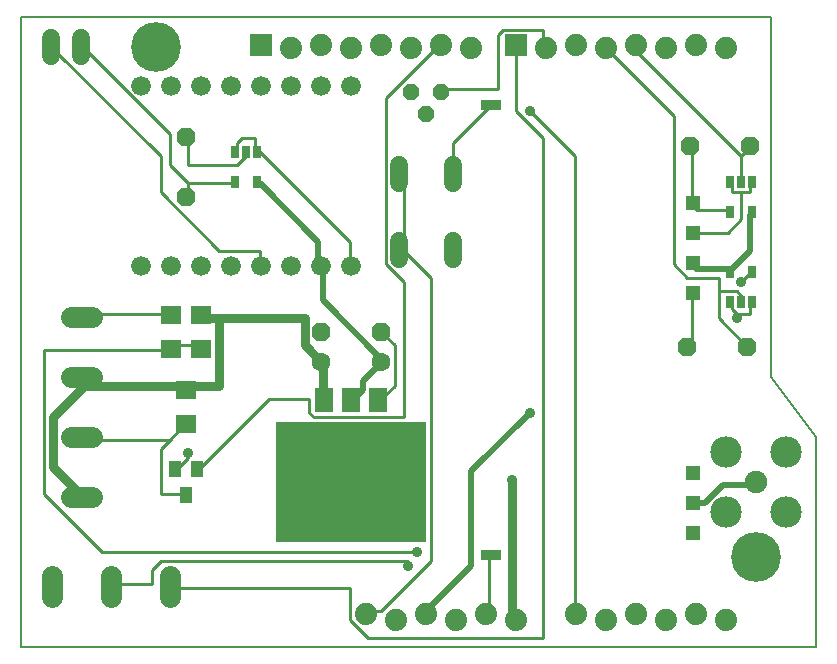
<source format=gtl>
G75*
G70*
%OFA0B0*%
%FSLAX24Y24*%
%IPPOS*%
%LPD*%
%AMOC8*
5,1,8,0,0,1.08239X$1,22.5*
%
%ADD10C,0.0080*%
%ADD11R,0.5000X0.4000*%
%ADD12R,0.0515X0.0515*%
%ADD13R,0.0660X0.0320*%
%ADD14OC8,0.0630*%
%ADD15C,0.0630*%
%ADD16OC8,0.0520*%
%ADD17C,0.0600*%
%ADD18C,0.0740*%
%ADD19R,0.0740X0.0740*%
%ADD20C,0.0750*%
%ADD21C,0.1050*%
%ADD22C,0.0705*%
%ADD23R,0.0272X0.0390*%
%ADD24R,0.0710X0.0630*%
%ADD25R,0.0394X0.0551*%
%ADD26R,0.0590X0.0790*%
%ADD27R,0.1500X0.0790*%
%ADD28C,0.0660*%
%ADD29C,0.0100*%
%ADD30C,0.0360*%
%ADD31C,0.0200*%
%ADD32C,0.0300*%
%ADD33C,0.1660*%
%ADD34R,0.0396X0.0396*%
D10*
X002503Y000180D02*
X029003Y000180D01*
X029003Y007180D01*
X027503Y009180D01*
X027503Y021180D01*
X002503Y021180D01*
X002503Y000180D01*
D11*
X013503Y005680D03*
D12*
X024903Y005980D03*
X024903Y004980D03*
X024903Y003980D03*
X024903Y011980D03*
X024903Y012980D03*
X024903Y013980D03*
X024903Y014980D03*
D13*
X018153Y018230D03*
X018153Y003230D03*
D14*
X024703Y010180D03*
X026703Y010180D03*
X026803Y016880D03*
X024803Y016880D03*
X014503Y010680D03*
X012503Y010680D03*
X008003Y015180D03*
X008003Y017180D03*
D15*
X012503Y009680D03*
X014503Y009680D03*
D16*
X016003Y017930D03*
X015503Y018680D03*
X016503Y018680D03*
D17*
X016893Y016260D02*
X016893Y015660D01*
X015113Y015660D02*
X015113Y016260D01*
X015113Y013700D02*
X015113Y013100D01*
X016893Y013100D02*
X016893Y013700D01*
X004503Y019880D02*
X004503Y020480D01*
X003503Y020480D02*
X003503Y019880D01*
D18*
X011503Y020130D03*
X012503Y020230D03*
X013503Y020130D03*
X014503Y020230D03*
X015503Y020130D03*
X016503Y020230D03*
X017503Y020130D03*
X020003Y020130D03*
X021003Y020230D03*
X022003Y020130D03*
X023003Y020230D03*
X024003Y020130D03*
X025003Y020230D03*
X026003Y020130D03*
X025003Y001280D03*
X024003Y001080D03*
X023003Y001280D03*
X022003Y001080D03*
X021003Y001280D03*
X019003Y001080D03*
X018003Y001280D03*
X017003Y001080D03*
X016003Y001280D03*
X015003Y001080D03*
X014003Y001280D03*
X026003Y001080D03*
D19*
X019003Y020230D03*
X010503Y020230D03*
D20*
X027003Y005680D03*
D21*
X025999Y004676D03*
X028007Y004676D03*
X028007Y006684D03*
X025999Y006684D03*
D22*
X007472Y002540D02*
X007472Y001835D01*
X005503Y001835D02*
X005503Y002540D01*
X003535Y002540D02*
X003535Y001835D01*
X004151Y005196D02*
X004856Y005196D01*
X004856Y007164D02*
X004151Y007164D01*
X004151Y009196D02*
X004856Y009196D01*
X004856Y011164D02*
X004151Y011164D01*
D23*
X009629Y015668D03*
X010377Y015668D03*
X010377Y016688D03*
X010003Y016688D03*
X009629Y016688D03*
X026129Y015688D03*
X026503Y015688D03*
X026877Y015688D03*
X026877Y014668D03*
X026129Y014668D03*
X026129Y012692D03*
X026877Y012692D03*
X026877Y011672D03*
X026503Y011672D03*
X026129Y011672D03*
D24*
X008503Y011240D03*
X007503Y011240D03*
X007503Y010120D03*
X008503Y010120D03*
X008003Y008740D03*
X008003Y007620D03*
D25*
X007629Y006113D03*
X008377Y006113D03*
X008003Y005247D03*
D26*
X012593Y008420D03*
X013493Y008420D03*
X014393Y008420D03*
D27*
X013503Y005940D03*
D28*
X013503Y012893D03*
X012503Y012893D03*
X011503Y012893D03*
X010503Y012893D03*
X009503Y012893D03*
X008503Y012893D03*
X007503Y012893D03*
X006503Y012893D03*
X006503Y018893D03*
X007503Y018893D03*
X008503Y018893D03*
X009503Y018893D03*
X010503Y018893D03*
X011503Y018893D03*
X012503Y018893D03*
X013503Y018893D03*
D29*
X014653Y018480D02*
X016453Y020280D01*
X016503Y020230D01*
X018403Y020580D02*
X018553Y020730D01*
X019903Y020730D01*
X019903Y020130D01*
X020003Y020130D01*
X019003Y020230D02*
X019003Y018030D01*
X019903Y017130D01*
X019903Y000480D01*
X014053Y000480D01*
X013453Y001080D01*
X013453Y002130D01*
X007603Y002130D01*
X007472Y002188D01*
X006853Y002280D02*
X006853Y002730D01*
X007153Y003030D01*
X015403Y003030D01*
X015403Y002880D01*
X015703Y003330D02*
X005203Y003330D01*
X003253Y005280D01*
X003253Y010080D01*
X007453Y010080D01*
X007503Y010120D01*
X007603Y010230D01*
X008503Y010230D01*
X008503Y010120D01*
X007503Y011240D02*
X007453Y011280D01*
X004603Y011280D01*
X004503Y011164D01*
X007153Y015330D02*
X009103Y013380D01*
X010453Y013380D01*
X010453Y012930D01*
X010503Y012893D01*
X013453Y012930D02*
X013503Y012893D01*
X013453Y012930D02*
X013453Y013680D01*
X010453Y016680D01*
X010377Y016688D01*
X010303Y016830D01*
X010303Y017130D01*
X009853Y017130D01*
X009703Y016980D01*
X009703Y016830D01*
X009629Y016688D01*
X010003Y016688D02*
X010003Y016530D01*
X009703Y016230D01*
X008053Y016230D01*
X008053Y017130D01*
X008003Y017180D01*
X007453Y017280D02*
X007453Y016230D01*
X008053Y015630D01*
X008053Y015180D01*
X008003Y015180D01*
X008053Y015630D02*
X009553Y015630D01*
X009629Y015668D01*
X007153Y015330D02*
X007153Y016530D01*
X003503Y020180D01*
X004503Y020180D02*
X004603Y020130D01*
X007453Y017280D01*
X014653Y018480D02*
X014653Y012930D01*
X015253Y012330D01*
X015253Y007830D01*
X012253Y007830D01*
X012103Y007980D01*
X012103Y008430D01*
X010753Y008430D01*
X008503Y006180D01*
X008377Y006113D01*
X008053Y006480D02*
X008053Y006630D01*
X008053Y006480D02*
X007753Y006180D01*
X007629Y006113D01*
X007153Y006780D02*
X007453Y007080D01*
X004603Y007080D01*
X004503Y007164D01*
X007153Y006780D02*
X007153Y005280D01*
X007903Y005280D01*
X008003Y005247D01*
X007453Y007080D02*
X007903Y007530D01*
X008003Y007620D01*
X014393Y008420D02*
X014503Y008430D01*
X014953Y008880D01*
X014953Y010230D01*
X014503Y010680D01*
X016153Y012480D02*
X015253Y013380D01*
X015113Y013400D01*
X015253Y013530D01*
X015253Y015930D01*
X015113Y015960D01*
X016893Y015960D02*
X016903Y016080D01*
X016903Y016980D01*
X018153Y018230D01*
X018403Y018780D02*
X018403Y020580D01*
X018403Y018780D02*
X016603Y018780D01*
X016503Y018680D01*
X019453Y018030D02*
X020953Y016530D01*
X020953Y001380D01*
X021003Y001280D01*
X018103Y001380D02*
X018003Y001280D01*
X018103Y001380D02*
X018103Y003180D01*
X018153Y003230D01*
X016153Y003030D02*
X016153Y012480D01*
X024253Y012930D02*
X024703Y012480D01*
X025753Y012480D01*
X025753Y012030D01*
X025753Y011130D01*
X026703Y010180D01*
X026353Y011130D02*
X026353Y011280D01*
X026803Y011280D01*
X026803Y011580D01*
X026877Y011672D01*
X026503Y011672D02*
X026503Y011880D01*
X026353Y012030D01*
X025753Y012030D01*
X026129Y011672D02*
X026203Y011580D01*
X026203Y011430D01*
X026353Y011280D01*
X024903Y011980D02*
X024853Y011880D01*
X024853Y010380D01*
X024703Y010230D01*
X024703Y010180D01*
X026503Y012330D02*
X026803Y012630D01*
X026877Y012692D01*
X026053Y013980D02*
X024903Y013980D01*
X025003Y014730D02*
X025003Y014880D01*
X024903Y014980D01*
X024853Y015030D01*
X024853Y016830D01*
X024803Y016880D01*
X024253Y017880D02*
X024253Y012930D01*
X026053Y013980D02*
X026503Y014430D01*
X026503Y015330D01*
X026203Y015330D01*
X026203Y015630D01*
X026129Y015688D01*
X026503Y015688D02*
X026503Y016530D01*
X023053Y019980D01*
X023053Y020130D01*
X023003Y020230D01*
X022003Y020130D02*
X024253Y017880D01*
X026503Y016530D02*
X026803Y016830D01*
X026803Y016880D01*
X026877Y015688D02*
X026803Y015630D01*
X026803Y015330D01*
X026503Y015330D01*
X026053Y014730D02*
X026129Y014668D01*
X026053Y014730D02*
X025003Y014730D01*
X016153Y003030D02*
X014503Y001380D01*
X014053Y001380D01*
X014003Y001280D01*
X006853Y002280D02*
X005503Y002280D01*
X005503Y002188D01*
D30*
X008053Y006630D03*
X015403Y002880D03*
X015703Y003330D03*
X018853Y005730D03*
X019453Y007980D03*
X026353Y011130D03*
X026503Y012330D03*
X019453Y018030D03*
D31*
X012403Y013680D02*
X012403Y012930D01*
X012503Y012893D01*
X012553Y012780D01*
X012553Y011730D01*
X014503Y009780D01*
X014503Y009680D01*
X014503Y009630D01*
X013903Y009030D01*
X013903Y008730D01*
X013603Y008430D01*
X013493Y008420D01*
X017503Y006030D02*
X019453Y007980D01*
X017503Y006030D02*
X017503Y002880D01*
X016003Y001380D01*
X016003Y001280D01*
X024903Y004980D02*
X025303Y004980D01*
X025903Y005580D01*
X026953Y005580D01*
X027003Y005680D01*
X026129Y012692D02*
X026203Y012780D01*
X026803Y013380D01*
X026803Y014580D01*
X026877Y014668D01*
X025003Y012930D02*
X024903Y012980D01*
X025003Y012930D02*
X025003Y012780D01*
X026053Y012780D01*
X026129Y012692D01*
X012403Y013680D02*
X010453Y015630D01*
X010377Y015668D01*
D32*
X009103Y011130D02*
X008503Y011130D01*
X008503Y011240D01*
X009103Y011130D02*
X009103Y008880D01*
X008053Y008880D01*
X008003Y008740D01*
X007903Y008880D01*
X004603Y008880D01*
X004503Y009196D01*
X004603Y009180D01*
X004603Y008880D01*
X003553Y007830D01*
X003553Y006180D01*
X004453Y005280D01*
X004503Y005196D01*
X012553Y008430D02*
X012593Y008420D01*
X012553Y008430D02*
X012553Y009630D01*
X012503Y009680D01*
X011953Y010230D01*
X011953Y011130D01*
X009103Y011130D01*
X018853Y005730D02*
X018853Y001230D01*
X019003Y001080D01*
D33*
X027003Y003180D03*
X007003Y020180D03*
D34*
X011503Y007180D03*
X011503Y006180D03*
X011503Y005180D03*
X012503Y005180D03*
X013503Y005180D03*
X014503Y005180D03*
X015503Y005180D03*
X015503Y006180D03*
X015503Y007180D03*
X015503Y004180D03*
X014503Y004180D03*
X013503Y004180D03*
X012503Y004180D03*
X011503Y004180D03*
M02*

</source>
